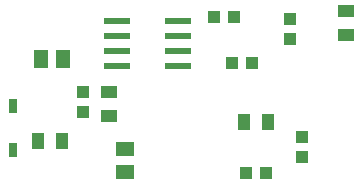
<source format=gtp>
G75*
%MOIN*%
%OFA0B0*%
%FSLAX25Y25*%
%IPPOS*%
%LPD*%
%AMOC8*
5,1,8,0,0,1.08239X$1,22.5*
%
%ADD10R,0.05118X0.05906*%
%ADD11R,0.05906X0.05118*%
%ADD12R,0.04331X0.05512*%
%ADD13R,0.05512X0.04331*%
%ADD14R,0.08661X0.02362*%
%ADD15R,0.04331X0.03937*%
%ADD16R,0.03937X0.04331*%
%ADD17R,0.02756X0.04724*%
D10*
X0028360Y0050100D03*
X0035840Y0050100D03*
D11*
X0056600Y0019840D03*
X0056600Y0012360D03*
D12*
X0035537Y0022600D03*
X0027663Y0022600D03*
X0096163Y0029100D03*
X0104037Y0029100D03*
D13*
X0051100Y0031163D03*
X0051100Y0039037D03*
X0130100Y0058163D03*
X0130100Y0066037D03*
D14*
X0074336Y0062600D03*
X0074336Y0057600D03*
X0074336Y0052600D03*
X0074336Y0047600D03*
X0053864Y0047600D03*
X0053864Y0052600D03*
X0053864Y0057600D03*
X0053864Y0062600D03*
D15*
X0042600Y0038946D03*
X0042600Y0032254D03*
X0111600Y0056754D03*
X0111600Y0063446D03*
X0115600Y0023946D03*
X0115600Y0017254D03*
D16*
X0103446Y0012100D03*
X0096754Y0012100D03*
X0098946Y0048600D03*
X0092254Y0048600D03*
X0092946Y0064100D03*
X0086254Y0064100D03*
D17*
X0019100Y0019817D03*
X0019100Y0034383D03*
M02*

</source>
